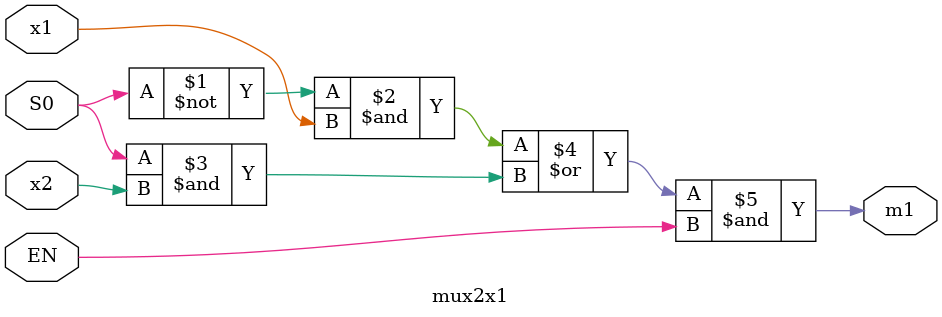
<source format=v>
`timescale 1ns / 1ps
module mux2x1(
    input EN,
    input S0,
    input x1,
    input x2,
    output m1
    );
	 

	 assign m1 = ( ~(S0)&x1 | (S0)&x2 ) & EN;

endmodule

</source>
